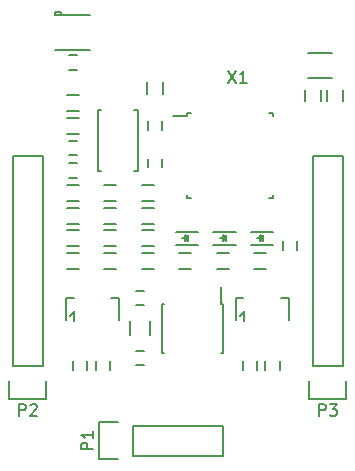
<source format=gto>
G04 #@! TF.FileFunction,Legend,Top*
%FSLAX46Y46*%
G04 Gerber Fmt 4.6, Leading zero omitted, Abs format (unit mm)*
G04 Created by KiCad (PCBNEW 4.0.2+dfsg1-stable) date So 05 Jun 2016 12:59:14 CEST*
%MOMM*%
G01*
G04 APERTURE LIST*
%ADD10C,0.100000*%
%ADD11C,0.150000*%
G04 APERTURE END LIST*
D10*
D11*
X105910000Y-113070000D02*
X104910000Y-113070000D01*
X104910000Y-111720000D02*
X105910000Y-111720000D01*
X111795000Y-117825000D02*
X111795000Y-117125000D01*
X112995000Y-117125000D02*
X112995000Y-117825000D01*
X105760000Y-116805000D02*
X105060000Y-116805000D01*
X105060000Y-115605000D02*
X105760000Y-115605000D01*
X105760000Y-118710000D02*
X105060000Y-118710000D01*
X105060000Y-117510000D02*
X105760000Y-117510000D01*
X112995000Y-113950000D02*
X112995000Y-114650000D01*
X111795000Y-114650000D02*
X111795000Y-113950000D01*
X105060000Y-108366000D02*
X105760000Y-108366000D01*
X105760000Y-109566000D02*
X105060000Y-109566000D01*
X111475000Y-129505000D02*
X110775000Y-129505000D01*
X110775000Y-128305000D02*
X111475000Y-128305000D01*
X106645000Y-134270000D02*
X106645000Y-134970000D01*
X105445000Y-134970000D02*
X105445000Y-134270000D01*
X121018860Y-134270000D02*
X121018860Y-134970000D01*
X119818860Y-134970000D02*
X119818860Y-134270000D01*
X111475000Y-134585000D02*
X110775000Y-134585000D01*
X110775000Y-133385000D02*
X111475000Y-133385000D01*
X122923860Y-134270000D02*
X122923860Y-134970000D01*
X121723860Y-134970000D02*
X121723860Y-134270000D01*
X108550000Y-134270000D02*
X108550000Y-134970000D01*
X107350000Y-134970000D02*
X107350000Y-134270000D01*
X116035000Y-123275000D02*
X114135000Y-123275000D01*
X116035000Y-124375000D02*
X114135000Y-124375000D01*
X115135000Y-123825000D02*
X114685000Y-123825000D01*
X115185000Y-124075000D02*
X115185000Y-123575000D01*
X115185000Y-123825000D02*
X114935000Y-124075000D01*
X114935000Y-124075000D02*
X114935000Y-123575000D01*
X114935000Y-123575000D02*
X115185000Y-123825000D01*
X119210000Y-123275000D02*
X117310000Y-123275000D01*
X119210000Y-124375000D02*
X117310000Y-124375000D01*
X118310000Y-123825000D02*
X117860000Y-123825000D01*
X118360000Y-124075000D02*
X118360000Y-123575000D01*
X118360000Y-123825000D02*
X118110000Y-124075000D01*
X118110000Y-124075000D02*
X118110000Y-123575000D01*
X118110000Y-123575000D02*
X118360000Y-123825000D01*
X122385000Y-123275000D02*
X120485000Y-123275000D01*
X122385000Y-124375000D02*
X120485000Y-124375000D01*
X121485000Y-123825000D02*
X121035000Y-123825000D01*
X121535000Y-124075000D02*
X121535000Y-123575000D01*
X121535000Y-123825000D02*
X121285000Y-124075000D01*
X121285000Y-124075000D02*
X121285000Y-123575000D01*
X121285000Y-123575000D02*
X121535000Y-123825000D01*
X110490000Y-142240000D02*
X118110000Y-142240000D01*
X110490000Y-139700000D02*
X118110000Y-139700000D01*
X107670000Y-139420000D02*
X109220000Y-139420000D01*
X118110000Y-142240000D02*
X118110000Y-139700000D01*
X110490000Y-139700000D02*
X110490000Y-142240000D01*
X109220000Y-142520000D02*
X107670000Y-142520000D01*
X107670000Y-142520000D02*
X107670000Y-139420000D01*
X100330000Y-134620000D02*
X100330000Y-116840000D01*
X100330000Y-116840000D02*
X102870000Y-116840000D01*
X102870000Y-116840000D02*
X102870000Y-134620000D01*
X100050000Y-137440000D02*
X100050000Y-135890000D01*
X100330000Y-134620000D02*
X102870000Y-134620000D01*
X103150000Y-135890000D02*
X103150000Y-137440000D01*
X103150000Y-137440000D02*
X100050000Y-137440000D01*
X125730000Y-134620000D02*
X125730000Y-116840000D01*
X125730000Y-116840000D02*
X128270000Y-116840000D01*
X128270000Y-116840000D02*
X128270000Y-134620000D01*
X125450000Y-137440000D02*
X125450000Y-135890000D01*
X125730000Y-134620000D02*
X128270000Y-134620000D01*
X128550000Y-135890000D02*
X128550000Y-137440000D01*
X128550000Y-137440000D02*
X125450000Y-137440000D01*
X127365000Y-110295000D02*
X125365000Y-110295000D01*
X125365000Y-108145000D02*
X127365000Y-108145000D01*
X113070000Y-110625000D02*
X113070000Y-111625000D01*
X111720000Y-111625000D02*
X111720000Y-110625000D01*
X126405000Y-111260000D02*
X126405000Y-112260000D01*
X125055000Y-112260000D02*
X125055000Y-111260000D01*
X126960000Y-112260000D02*
X126960000Y-111260000D01*
X128310000Y-111260000D02*
X128310000Y-112260000D01*
X111260000Y-125055000D02*
X112260000Y-125055000D01*
X112260000Y-126405000D02*
X111260000Y-126405000D01*
X104910000Y-125055000D02*
X105910000Y-125055000D01*
X105910000Y-126405000D02*
X104910000Y-126405000D01*
X108085000Y-125055000D02*
X109085000Y-125055000D01*
X109085000Y-126405000D02*
X108085000Y-126405000D01*
X111260000Y-123150000D02*
X112260000Y-123150000D01*
X112260000Y-124500000D02*
X111260000Y-124500000D01*
X104910000Y-123150000D02*
X105910000Y-123150000D01*
X105910000Y-124500000D02*
X104910000Y-124500000D01*
X108085000Y-123150000D02*
X109085000Y-123150000D01*
X109085000Y-124500000D02*
X108085000Y-124500000D01*
X111260000Y-121245000D02*
X112260000Y-121245000D01*
X112260000Y-122595000D02*
X111260000Y-122595000D01*
X104910000Y-121245000D02*
X105910000Y-121245000D01*
X105910000Y-122595000D02*
X104910000Y-122595000D01*
X108085000Y-121245000D02*
X109085000Y-121245000D01*
X109085000Y-122595000D02*
X108085000Y-122595000D01*
X111260000Y-119340000D02*
X112260000Y-119340000D01*
X112260000Y-120690000D02*
X111260000Y-120690000D01*
X104910000Y-119340000D02*
X105910000Y-119340000D01*
X105910000Y-120690000D02*
X104910000Y-120690000D01*
X105910000Y-114975000D02*
X104910000Y-114975000D01*
X104910000Y-113625000D02*
X105910000Y-113625000D01*
X108085000Y-119340000D02*
X109085000Y-119340000D01*
X109085000Y-120690000D02*
X108085000Y-120690000D01*
X110250000Y-132045000D02*
X110250000Y-130845000D01*
X112000000Y-130845000D02*
X112000000Y-132045000D01*
X115120000Y-113215000D02*
X115120000Y-113515000D01*
X122370000Y-113215000D02*
X122370000Y-113515000D01*
X122370000Y-120465000D02*
X122370000Y-120165000D01*
X115120000Y-120465000D02*
X115120000Y-120165000D01*
X115120000Y-113215000D02*
X115420000Y-113215000D01*
X115120000Y-120465000D02*
X115420000Y-120465000D01*
X122370000Y-120465000D02*
X122070000Y-120465000D01*
X122370000Y-113215000D02*
X122070000Y-113215000D01*
X115120000Y-113515000D02*
X113895000Y-113515000D01*
X119557800Y-130429000D02*
X119806720Y-130129280D01*
X119806720Y-130129280D02*
X119908320Y-129979420D01*
X119908320Y-129979420D02*
X119908320Y-130827780D01*
X119207280Y-128927860D02*
X119207280Y-130728720D01*
X119207280Y-128927860D02*
X119857520Y-128927860D01*
X123708160Y-128927860D02*
X123708160Y-130728720D01*
X123708160Y-128927860D02*
X123057920Y-128927860D01*
X105183940Y-130429000D02*
X105432860Y-130129280D01*
X105432860Y-130129280D02*
X105534460Y-129979420D01*
X105534460Y-129979420D02*
X105534460Y-130827780D01*
X104833420Y-128927860D02*
X104833420Y-130728720D01*
X104833420Y-128927860D02*
X105483660Y-128927860D01*
X109334300Y-128927860D02*
X109334300Y-130728720D01*
X109334300Y-128927860D02*
X108684060Y-128927860D01*
X118145000Y-129370000D02*
X118000000Y-129370000D01*
X118145000Y-133520000D02*
X118000000Y-133520000D01*
X112995000Y-133520000D02*
X113140000Y-133520000D01*
X112995000Y-129370000D02*
X113140000Y-129370000D01*
X118145000Y-129370000D02*
X118145000Y-133520000D01*
X112995000Y-129370000D02*
X112995000Y-133520000D01*
X118000000Y-129370000D02*
X118000000Y-127970000D01*
X107520000Y-118170000D02*
X107820000Y-118170000D01*
X107520000Y-112970000D02*
X107820000Y-112970000D01*
X110920000Y-112970000D02*
X110620000Y-112970000D01*
X110920000Y-118170000D02*
X110620000Y-118170000D01*
X110920000Y-112970000D02*
X110920000Y-118170000D01*
X107520000Y-112970000D02*
X107520000Y-118170000D01*
X124425000Y-124110000D02*
X124425000Y-124810000D01*
X123225000Y-124810000D02*
X123225000Y-124110000D01*
X114435000Y-125055000D02*
X115435000Y-125055000D01*
X115435000Y-126405000D02*
X114435000Y-126405000D01*
X117610000Y-125055000D02*
X118610000Y-125055000D01*
X118610000Y-126405000D02*
X117610000Y-126405000D01*
X120785000Y-125055000D02*
X121785000Y-125055000D01*
X121785000Y-126405000D02*
X120785000Y-126405000D01*
X104410000Y-104926000D02*
X104410000Y-104676000D01*
X103910000Y-104676000D02*
X104410000Y-104676000D01*
X103910000Y-104926000D02*
X103910000Y-104676000D01*
X103910000Y-104926000D02*
X106910000Y-104926000D01*
X106910000Y-107926000D02*
X103910000Y-107926000D01*
X107132381Y-141708095D02*
X106132381Y-141708095D01*
X106132381Y-141327142D01*
X106180000Y-141231904D01*
X106227619Y-141184285D01*
X106322857Y-141136666D01*
X106465714Y-141136666D01*
X106560952Y-141184285D01*
X106608571Y-141231904D01*
X106656190Y-141327142D01*
X106656190Y-141708095D01*
X107132381Y-140184285D02*
X107132381Y-140755714D01*
X107132381Y-140470000D02*
X106132381Y-140470000D01*
X106275238Y-140565238D01*
X106370476Y-140660476D01*
X106418095Y-140755714D01*
X100861905Y-138882381D02*
X100861905Y-137882381D01*
X101242858Y-137882381D01*
X101338096Y-137930000D01*
X101385715Y-137977619D01*
X101433334Y-138072857D01*
X101433334Y-138215714D01*
X101385715Y-138310952D01*
X101338096Y-138358571D01*
X101242858Y-138406190D01*
X100861905Y-138406190D01*
X101814286Y-137977619D02*
X101861905Y-137930000D01*
X101957143Y-137882381D01*
X102195239Y-137882381D01*
X102290477Y-137930000D01*
X102338096Y-137977619D01*
X102385715Y-138072857D01*
X102385715Y-138168095D01*
X102338096Y-138310952D01*
X101766667Y-138882381D01*
X102385715Y-138882381D01*
X126261905Y-138882381D02*
X126261905Y-137882381D01*
X126642858Y-137882381D01*
X126738096Y-137930000D01*
X126785715Y-137977619D01*
X126833334Y-138072857D01*
X126833334Y-138215714D01*
X126785715Y-138310952D01*
X126738096Y-138358571D01*
X126642858Y-138406190D01*
X126261905Y-138406190D01*
X127166667Y-137882381D02*
X127785715Y-137882381D01*
X127452381Y-138263333D01*
X127595239Y-138263333D01*
X127690477Y-138310952D01*
X127738096Y-138358571D01*
X127785715Y-138453810D01*
X127785715Y-138691905D01*
X127738096Y-138787143D01*
X127690477Y-138834762D01*
X127595239Y-138882381D01*
X127309524Y-138882381D01*
X127214286Y-138834762D01*
X127166667Y-138787143D01*
X118570476Y-109688381D02*
X119237143Y-110688381D01*
X119237143Y-109688381D02*
X118570476Y-110688381D01*
X120141905Y-110688381D02*
X119570476Y-110688381D01*
X119856190Y-110688381D02*
X119856190Y-109688381D01*
X119760952Y-109831238D01*
X119665714Y-109926476D01*
X119570476Y-109974095D01*
M02*

</source>
